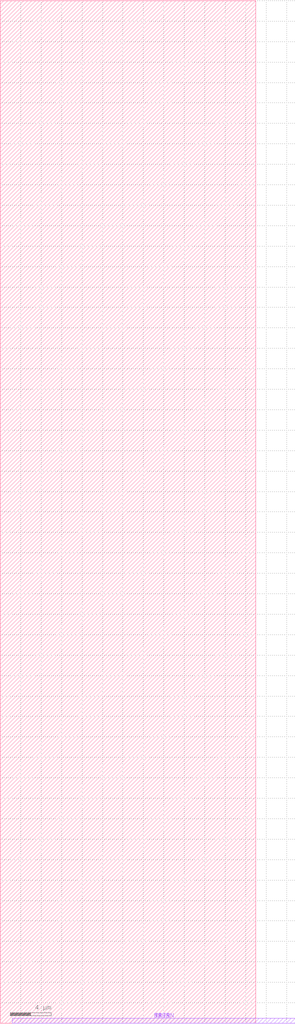
<source format=lef>
VERSION 5.8 ;
BUSBITCHARS "[]" ;
DIVIDERCHAR "/" ;

SITE IO_SITE
  CLASS PAD ;
  SIZE 1 BY 150 ;
END IO_SITE

MACRO PAD
  CLASS PAD ;
  ORIGIN 0 0 ;
  SIZE 25 BY 100 ;
  SYMMETRY X Y ;
  SITE IO_SITE ;
  PIN PAD
    DIRECTION INOUT ;
    USE SIGNAL ;
    PORT
      LAYER metal4 ;
        RECT 1.15 0 28.85 0.5 ;
    END
  END PAD
  PIN Y
    DIRECTION OUTPUT ;
    USE SIGNAL ;
    PORT
      LAYER metal4 ;
        RECT 1.15 0 28.85 0.5 ;
    END
  END Y
  PIN TRIEN
    DIRECTION INPUT ;
    USE SIGNAL ;
    PORT
      LAYER metal4 ;
        RECT 1.15 0 28.85 0.5 ;
    END
  END TRIEN
  PIN RXEN
    DIRECTION INPUT ;
    USE SIGNAL ;
    PORT
      LAYER metal4 ;
        RECT 1.15 0 28.85 0.5 ;
    END
  END RXEN
  PIN DATA
    DIRECTION INPUT ;
    USE SIGNAL ;
    PORT
      LAYER metal4 ;
        RECT 1.15 0 28.85 0.5 ;
    END
  END DATA
  PIN NDIN
    DIRECTION INPUT ;
    USE SIGNAL ;
    PORT
      LAYER metal4 ;
        RECT 1.15 0 28.85 0.5 ;
    END
  END NDIN
END PAD


</source>
